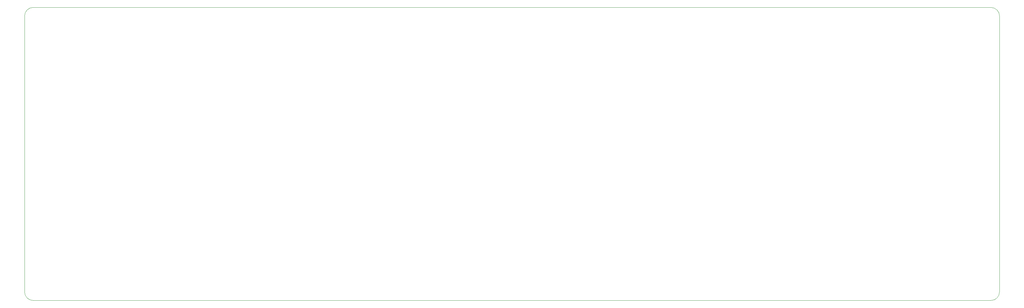
<source format=gbr>
%TF.GenerationSoftware,KiCad,Pcbnew,7.0.1*%
%TF.CreationDate,2023-04-02T20:01:42+09:00*%
%TF.ProjectId,first48,66697273-7434-4382-9e6b-696361645f70,rev?*%
%TF.SameCoordinates,Original*%
%TF.FileFunction,Profile,NP*%
%FSLAX46Y46*%
G04 Gerber Fmt 4.6, Leading zero omitted, Abs format (unit mm)*
G04 Created by KiCad (PCBNEW 7.0.1) date 2023-04-02 20:01:42*
%MOMM*%
%LPD*%
G01*
G04 APERTURE LIST*
%TA.AperFunction,Profile*%
%ADD10C,0.100000*%
%TD*%
G04 APERTURE END LIST*
D10*
X280987500Y-128587550D02*
X16668750Y-128587500D01*
X283368800Y-50006200D02*
G75*
G03*
X280987500Y-47624950I-2381300J-50D01*
G01*
X14287500Y-50006250D02*
X14287500Y-126206300D01*
X283368750Y-50006200D02*
X283368750Y-126206300D01*
X280987500Y-47624950D02*
X16668750Y-47625000D01*
X280987500Y-128587500D02*
G75*
G03*
X283368750Y-126206300I0J2381250D01*
G01*
X16668750Y-47625000D02*
G75*
G03*
X14287500Y-50006250I0J-2381250D01*
G01*
X14287450Y-126206300D02*
G75*
G03*
X16668750Y-128587550I2381300J50D01*
G01*
M02*

</source>
